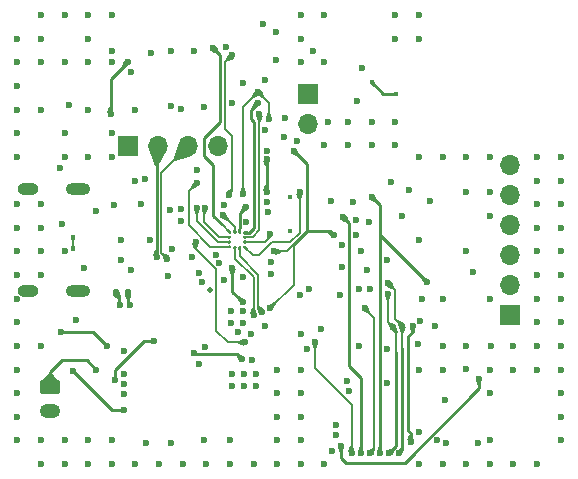
<source format=gbl>
G04 #@! TF.GenerationSoftware,KiCad,Pcbnew,8.0.1*
G04 #@! TF.CreationDate,2024-09-12T17:06:28-04:00*
G04 #@! TF.ProjectId,Digital,44696769-7461-46c2-9e6b-696361645f70,rev?*
G04 #@! TF.SameCoordinates,Original*
G04 #@! TF.FileFunction,Copper,L6,Bot*
G04 #@! TF.FilePolarity,Positive*
%FSLAX46Y46*%
G04 Gerber Fmt 4.6, Leading zero omitted, Abs format (unit mm)*
G04 Created by KiCad (PCBNEW 8.0.1) date 2024-09-12 17:06:28*
%MOMM*%
%LPD*%
G01*
G04 APERTURE LIST*
G04 Aperture macros list*
%AMRoundRect*
0 Rectangle with rounded corners*
0 $1 Rounding radius*
0 $2 $3 $4 $5 $6 $7 $8 $9 X,Y pos of 4 corners*
0 Add a 4 corners polygon primitive as box body*
4,1,4,$2,$3,$4,$5,$6,$7,$8,$9,$2,$3,0*
0 Add four circle primitives for the rounded corners*
1,1,$1+$1,$2,$3*
1,1,$1+$1,$4,$5*
1,1,$1+$1,$6,$7*
1,1,$1+$1,$8,$9*
0 Add four rect primitives between the rounded corners*
20,1,$1+$1,$2,$3,$4,$5,0*
20,1,$1+$1,$4,$5,$6,$7,0*
20,1,$1+$1,$6,$7,$8,$9,0*
20,1,$1+$1,$8,$9,$2,$3,0*%
G04 Aperture macros list end*
G04 #@! TA.AperFunction,ComponentPad*
%ADD10R,1.700000X1.700000*%
G04 #@! TD*
G04 #@! TA.AperFunction,ComponentPad*
%ADD11O,1.700000X1.700000*%
G04 #@! TD*
G04 #@! TA.AperFunction,ComponentPad*
%ADD12O,2.100000X1.000000*%
G04 #@! TD*
G04 #@! TA.AperFunction,ComponentPad*
%ADD13O,1.800000X1.000000*%
G04 #@! TD*
G04 #@! TA.AperFunction,SMDPad,CuDef*
%ADD14RoundRect,0.135000X0.135000X0.185000X-0.135000X0.185000X-0.135000X-0.185000X0.135000X-0.185000X0*%
G04 #@! TD*
G04 #@! TA.AperFunction,ComponentPad*
%ADD15RoundRect,0.250000X-0.625000X0.350000X-0.625000X-0.350000X0.625000X-0.350000X0.625000X0.350000X0*%
G04 #@! TD*
G04 #@! TA.AperFunction,ComponentPad*
%ADD16O,1.750000X1.200000*%
G04 #@! TD*
G04 #@! TA.AperFunction,ViaPad*
%ADD17C,0.600000*%
G04 #@! TD*
G04 #@! TA.AperFunction,ViaPad*
%ADD18C,0.400000*%
G04 #@! TD*
G04 #@! TA.AperFunction,ViaPad*
%ADD19C,0.500000*%
G04 #@! TD*
G04 #@! TA.AperFunction,ViaPad*
%ADD20C,0.300000*%
G04 #@! TD*
G04 #@! TA.AperFunction,Conductor*
%ADD21C,0.220000*%
G04 #@! TD*
G04 #@! TA.AperFunction,Conductor*
%ADD22C,0.200000*%
G04 #@! TD*
G04 APERTURE END LIST*
D10*
X192700000Y-140350000D03*
D11*
X192700000Y-137810000D03*
X192700000Y-135270000D03*
X192700000Y-132730000D03*
X192700000Y-130190000D03*
X192700000Y-127650000D03*
D10*
X160360000Y-126100000D03*
D11*
X162900000Y-126100000D03*
X165440000Y-126100000D03*
X167980000Y-126100000D03*
D10*
X175600000Y-121700000D03*
D11*
X175600000Y-124240000D03*
D12*
X156105000Y-129680000D03*
D13*
X151925000Y-129680000D03*
D12*
X156105000Y-138320000D03*
D13*
X151925000Y-138320000D03*
D14*
X160410000Y-138500000D03*
X159390000Y-138500000D03*
D15*
X153800000Y-146500000D03*
D16*
X153800000Y-148500000D03*
D17*
X185133598Y-140877534D03*
X197000000Y-129000000D03*
X153000000Y-135000000D03*
X181000000Y-124000000D03*
X197000000Y-127000000D03*
X191000000Y-132000000D03*
X187000000Y-127000000D03*
X159800000Y-135700000D03*
X155000000Y-115000000D03*
X157000000Y-127000000D03*
X164900000Y-122900000D03*
X161000000Y-129000000D03*
X189600000Y-136700000D03*
X159000000Y-153000000D03*
X168500000Y-131100000D03*
X151000000Y-149000000D03*
X191000000Y-130000000D03*
X195000000Y-133000000D03*
X185000000Y-127000000D03*
X177600000Y-130700000D03*
X172100000Y-126500000D03*
X155000000Y-127000000D03*
X169000000Y-151000000D03*
X191000000Y-151000000D03*
X166800000Y-151000000D03*
X179000000Y-123999999D03*
X170800000Y-142000000D03*
X153000000Y-143000000D03*
X197000000Y-135000000D03*
X195000000Y-143000000D03*
X195000000Y-135000000D03*
X159000000Y-125000000D03*
D18*
X174100000Y-130420000D03*
D17*
X155400000Y-122600000D03*
X151000000Y-137000000D03*
X180600000Y-136600000D03*
X151000000Y-143000000D03*
X175000000Y-115000000D03*
X195000000Y-129000000D03*
X159000000Y-119000000D03*
X155000000Y-135000000D03*
X171800000Y-115700000D03*
X182300000Y-143300000D03*
X155000000Y-125000000D03*
X195000000Y-131000000D03*
X187200000Y-147600000D03*
X191000000Y-127000000D03*
X180200000Y-119500000D03*
X195000000Y-141000000D03*
X151000000Y-119000000D03*
X175000000Y-119000000D03*
X172500000Y-136900000D03*
X189000000Y-127000000D03*
X187000000Y-153000000D03*
X159000000Y-127000000D03*
X164900000Y-132400000D03*
X165800000Y-135500000D03*
X183600000Y-132000000D03*
D18*
X174100000Y-133280000D03*
D17*
X197000000Y-143000000D03*
X193000000Y-145000000D03*
X166000000Y-118000000D03*
X195000000Y-137000000D03*
X185000000Y-115000000D03*
X157000000Y-115000000D03*
X164000000Y-151200000D03*
X176700000Y-141600000D03*
X162200000Y-134000000D03*
X183000000Y-124000000D03*
X185000000Y-134000000D03*
X161900000Y-151200000D03*
X185000000Y-117000000D03*
X181000000Y-125986223D03*
X197000000Y-131000000D03*
X180800000Y-132500000D03*
X178500000Y-134490000D03*
X175000000Y-149000000D03*
X166900000Y-143100000D03*
X177000000Y-115000000D03*
X173000000Y-153000000D03*
X178300000Y-138700000D03*
X179400000Y-130800000D03*
X151000000Y-141000000D03*
X185900000Y-130700000D03*
X151000000Y-123000000D03*
X186500000Y-151000000D03*
X179700000Y-132300000D03*
X173000000Y-145000000D03*
X175000000Y-147000000D03*
X183000000Y-126000000D03*
X193000000Y-153000000D03*
X195000000Y-145000000D03*
X153000000Y-153000000D03*
X168500000Y-137400000D03*
X195000000Y-139000000D03*
X161000000Y-123000000D03*
X183000000Y-115000000D03*
X174671863Y-125661489D03*
X157000000Y-123000000D03*
X166400000Y-144500000D03*
X157000000Y-117000000D03*
X168700000Y-117700000D03*
X153000000Y-131000000D03*
X191000000Y-153000000D03*
X157000000Y-151000000D03*
X164100000Y-134800000D03*
X154800000Y-132700000D03*
X191000000Y-139000000D03*
X195000000Y-153000000D03*
X189000000Y-143000000D03*
X189000000Y-135000000D03*
X169700000Y-141800000D03*
X169200000Y-122400000D03*
X197000000Y-151000000D03*
X153000000Y-115000000D03*
X153000000Y-133000000D03*
X177621117Y-151911268D03*
X167000000Y-153000000D03*
X185000000Y-150300000D03*
X186400000Y-141300000D03*
X166200000Y-128100000D03*
X151000000Y-135000000D03*
X184200000Y-129800000D03*
X187000000Y-139000000D03*
X151000000Y-117000000D03*
X161500000Y-131000000D03*
X160000000Y-147100000D03*
X197000000Y-139000000D03*
X185300000Y-139000000D03*
X191000000Y-147000000D03*
X164000000Y-118000000D03*
X174900000Y-138700000D03*
X151000000Y-127000000D03*
X155000000Y-151000000D03*
X159000000Y-151000000D03*
X178884052Y-145982607D03*
X153000000Y-137000000D03*
X173000000Y-149000000D03*
X161000000Y-153000000D03*
X160000000Y-143390000D03*
X197000000Y-141000000D03*
X172100000Y-130800000D03*
X175000000Y-151000000D03*
X197000000Y-147000000D03*
X187000000Y-145000000D03*
X187300000Y-151200000D03*
X175000000Y-145000000D03*
X160000000Y-145400000D03*
X189000000Y-130000000D03*
X173000000Y-147000000D03*
X180900000Y-138200000D03*
X151000000Y-147000000D03*
X197000000Y-137000000D03*
X177000000Y-126000000D03*
X173000000Y-151000000D03*
X159200000Y-131100000D03*
X153000000Y-123000000D03*
X177300000Y-124000000D03*
D19*
X167300000Y-138300000D03*
D17*
X177000000Y-119000000D03*
X195000000Y-127000000D03*
X157000000Y-153000000D03*
X172000000Y-141300000D03*
X175000000Y-117000000D03*
X151000000Y-125000000D03*
X178500000Y-136300000D03*
X197000000Y-133000000D03*
X151000000Y-133000000D03*
X166400000Y-136800000D03*
X179700000Y-133600000D03*
X193000000Y-143000000D03*
X191000000Y-145000000D03*
X153000000Y-119000000D03*
X169000000Y-153000000D03*
X155000000Y-153000000D03*
X160600000Y-119800000D03*
X151000000Y-121000000D03*
X162300000Y-118200000D03*
X172000000Y-124700000D03*
X161800000Y-128900000D03*
X171000000Y-153000000D03*
X182600000Y-129100000D03*
X185000000Y-145000000D03*
X197000000Y-149000000D03*
X187000000Y-143000000D03*
X172000000Y-120500000D03*
X151000000Y-139000000D03*
X177000000Y-153000000D03*
X170900000Y-144200000D03*
X183000000Y-117000000D03*
X164000000Y-122700000D03*
X191102525Y-143000000D03*
X160000000Y-146200000D03*
X197000000Y-145000000D03*
X159000000Y-115000000D03*
X175500000Y-143300000D03*
X163000000Y-153000000D03*
X153000000Y-117000000D03*
X168100000Y-136000000D03*
X151000000Y-151000000D03*
X179000000Y-126000000D03*
X184900000Y-142800000D03*
X175000000Y-142000000D03*
X151000000Y-145000000D03*
X151000000Y-131000000D03*
X175000000Y-153000000D03*
X153000000Y-151000000D03*
X189000000Y-144934021D03*
X165000000Y-153000000D03*
X189000000Y-153000000D03*
X172900000Y-116400000D03*
X179900000Y-138200000D03*
X156000000Y-140800000D03*
X157000000Y-119000000D03*
X185000000Y-153000000D03*
X170400000Y-132500000D03*
X155000000Y-119000000D03*
X157700000Y-145000000D03*
X163725000Y-137100000D03*
X159800000Y-134000000D03*
X166600000Y-137600000D03*
X160625000Y-136600000D03*
X157700000Y-131600000D03*
X156680000Y-136400000D03*
X178000000Y-149700000D03*
X172200000Y-131700000D03*
X159000000Y-118000000D03*
X171200000Y-145400000D03*
X170124968Y-141075032D03*
X154600000Y-127900000D03*
X166800000Y-122800000D03*
X169124968Y-140075032D03*
X169124968Y-141075032D03*
X182300000Y-146100000D03*
X179800000Y-122300000D03*
X170124968Y-140075032D03*
X171200000Y-146400000D03*
X167800000Y-135300000D03*
X173600000Y-125300000D03*
X182300000Y-135700000D03*
X190000000Y-151200000D03*
X170200000Y-145400000D03*
X169200000Y-146400000D03*
X176000000Y-118000000D03*
X173700000Y-123700000D03*
X172500000Y-135920000D03*
X169200000Y-145400000D03*
X164900000Y-131400000D03*
X172900000Y-118800000D03*
X163900000Y-131500000D03*
X170200000Y-146400000D03*
X175700000Y-138200000D03*
X178000000Y-150500000D03*
X170100000Y-120700000D03*
X174400000Y-126500000D03*
X180900000Y-152100000D03*
X160350000Y-118950000D03*
X172400000Y-139800000D03*
X172700000Y-135000000D03*
X158900000Y-123400000D03*
X177800000Y-133600000D03*
X180400000Y-139800000D03*
X162800000Y-135500000D03*
X163700000Y-135600000D03*
D20*
X169018200Y-133400000D03*
D17*
X167600000Y-117800000D03*
X168900000Y-130200000D03*
X169200000Y-118400000D03*
D20*
X170218200Y-133800000D03*
D17*
X171500000Y-123400000D03*
D20*
X170218200Y-133400000D03*
D17*
X171400000Y-122400000D03*
X172300000Y-123800000D03*
X171400000Y-121500000D03*
X170100000Y-130100000D03*
X170400000Y-131200000D03*
X172100000Y-127200000D03*
D20*
X169818200Y-133400000D03*
D17*
X172100000Y-130000000D03*
X171000000Y-140400000D03*
D20*
X169418200Y-134600000D03*
D17*
X182400000Y-138600000D03*
X182800000Y-141400000D03*
X182500000Y-152100000D03*
X181700000Y-152100000D03*
X181000000Y-130400000D03*
X185700000Y-137600000D03*
X171700000Y-140100000D03*
D20*
X169818200Y-134600000D03*
D17*
X182400000Y-137700000D03*
X183300000Y-152100000D03*
X183600000Y-141300000D03*
X166200000Y-129200000D03*
D20*
X169018200Y-134600000D03*
D17*
X180100000Y-152100000D03*
X168400000Y-131900000D03*
D20*
X169418200Y-133400000D03*
D17*
X178600000Y-132100000D03*
X172400000Y-133500000D03*
D20*
X170218200Y-134200000D03*
D17*
X179100000Y-146800000D03*
X179900000Y-143000000D03*
X176200000Y-142700000D03*
X170300000Y-142700000D03*
X166100000Y-134200000D03*
X179300000Y-152100000D03*
D20*
X170218200Y-134600000D03*
D17*
X174900000Y-130000000D03*
D20*
X169018200Y-134200000D03*
D17*
X166200000Y-131300000D03*
D20*
X169018200Y-133800000D03*
D17*
X166900000Y-131300000D03*
X178400000Y-151500000D03*
X190100000Y-145800000D03*
X169200000Y-136400000D03*
X170100000Y-139300000D03*
X184300000Y-151100000D03*
X184500000Y-141300000D03*
X180100000Y-135000000D03*
X170100000Y-137200000D03*
D18*
X155700000Y-133800000D03*
X155700000Y-134800000D03*
X181000000Y-120680000D03*
X183090000Y-121680000D03*
D17*
X170000000Y-144100000D03*
X166000000Y-143610000D03*
X160062500Y-148400000D03*
X155720000Y-145100000D03*
X158600000Y-143000000D03*
X154700000Y-141800000D03*
X160500000Y-139550000D03*
X159700000Y-139550000D03*
X159300000Y-145900000D03*
X162610000Y-142600000D03*
D21*
X154800000Y-144200000D02*
X153800000Y-145200000D01*
X156900000Y-144200000D02*
X154800000Y-144200000D01*
X157700000Y-145000000D02*
X156900000Y-144200000D01*
X153800000Y-145200000D02*
X153800000Y-146500000D01*
D22*
X173800000Y-135000000D02*
X174650000Y-134150000D01*
D21*
X175500000Y-133300000D02*
X174650000Y-134150000D01*
D22*
X172700000Y-135000000D02*
X173800000Y-135000000D01*
D21*
X177800000Y-133600000D02*
X177500000Y-133300000D01*
X174650000Y-134150000D02*
X174400000Y-134400000D01*
X177500000Y-133300000D02*
X175500000Y-133300000D01*
D22*
X181200000Y-151800000D02*
X180900000Y-152100000D01*
X181200000Y-140600000D02*
X181200000Y-151800000D01*
X174400000Y-134400000D02*
X174400000Y-137800000D01*
X180400000Y-139800000D02*
X181200000Y-140600000D01*
D21*
X158900000Y-120400000D02*
X160350000Y-118950000D01*
X175500000Y-127600000D02*
X175500000Y-133300000D01*
X158900000Y-123400000D02*
X158900000Y-120400000D01*
X174400000Y-126500000D02*
X175500000Y-127600000D01*
D22*
X174400000Y-137800000D02*
X172400000Y-139800000D01*
D21*
X162800000Y-126200000D02*
X162900000Y-126100000D01*
X162800000Y-135500000D02*
X162800000Y-126200000D01*
D22*
X163200000Y-128340000D02*
X165440000Y-126100000D01*
X163700000Y-135600000D02*
X163200000Y-135100000D01*
X163200000Y-135100000D02*
X163200000Y-128340000D01*
X164800000Y-126740000D02*
X165440000Y-126100000D01*
D21*
X166800000Y-126900000D02*
X167600000Y-127700000D01*
X167600000Y-117800000D02*
X168200000Y-118400000D01*
X167600000Y-127700000D02*
X167600000Y-131981800D01*
X167600000Y-131981800D02*
X168318200Y-132700000D01*
X168200000Y-124000000D02*
X166800000Y-125400000D01*
D22*
X169018200Y-133400000D02*
X168318200Y-132700000D01*
D21*
X166800000Y-125400000D02*
X166800000Y-126900000D01*
X168200000Y-118400000D02*
X168200000Y-124000000D01*
D22*
X169200000Y-118400000D02*
X168600000Y-119000000D01*
X168600000Y-124600000D02*
X169200000Y-125200000D01*
X169200000Y-125200000D02*
X169200000Y-129900000D01*
X169200000Y-129900000D02*
X168900000Y-130200000D01*
X168600000Y-119000000D02*
X168600000Y-124600000D01*
X170918200Y-133800000D02*
X171500000Y-133218200D01*
X171500000Y-133218200D02*
X171500000Y-123400000D01*
X170218200Y-133800000D02*
X170918200Y-133800000D01*
D21*
X170218200Y-133400000D02*
X170600000Y-133400000D01*
X171000000Y-124000000D02*
X170800000Y-123800000D01*
X170800000Y-123800000D02*
X170800000Y-123000000D01*
X170600000Y-133400000D02*
X171000000Y-133000000D01*
X171000000Y-133000000D02*
X171000000Y-124000000D01*
X170800000Y-123000000D02*
X171400000Y-122400000D01*
D22*
X171400000Y-121500000D02*
X170100000Y-122800000D01*
X172300000Y-122400000D02*
X172300000Y-123800000D01*
X171400000Y-121500000D02*
X172300000Y-122400000D01*
X170100000Y-122800000D02*
X170100000Y-130100000D01*
X169818200Y-133400000D02*
X169818200Y-133000000D01*
D21*
X169818200Y-131781800D02*
X169818200Y-133000000D01*
X172100000Y-127200000D02*
X172100000Y-130000000D01*
X170400000Y-131200000D02*
X169818200Y-131781800D01*
D22*
X171000000Y-140400000D02*
X171000000Y-137200000D01*
X183100000Y-141700000D02*
X183100000Y-143500000D01*
X169418200Y-135618200D02*
X169418200Y-134600000D01*
X182400000Y-141000000D02*
X182800000Y-141400000D01*
X182400000Y-138600000D02*
X182400000Y-141000000D01*
D21*
X183100000Y-151500000D02*
X183100000Y-143500000D01*
D22*
X171000000Y-137200000D02*
X169418200Y-135618200D01*
X182800000Y-141400000D02*
X183100000Y-141700000D01*
D21*
X182500000Y-152100000D02*
X183100000Y-151500000D01*
X181700000Y-131100000D02*
X181000000Y-130400000D01*
X181700000Y-133600000D02*
X181700000Y-132500000D01*
X181700000Y-132500000D02*
X181700000Y-131100000D01*
X185700000Y-137600000D02*
X181700000Y-133600000D01*
X181700000Y-152100000D02*
X181700000Y-133600000D01*
X183300000Y-152100000D02*
X183600000Y-151800000D01*
D22*
X183000000Y-138300000D02*
X183000000Y-140700000D01*
X169818200Y-135418200D02*
X169818200Y-134600000D01*
X183600000Y-141300000D02*
X183600000Y-143200000D01*
X171700000Y-140100000D02*
X171400000Y-139800000D01*
X182400000Y-137700000D02*
X183000000Y-138300000D01*
D21*
X183600000Y-151800000D02*
X183600000Y-143200000D01*
D22*
X183000000Y-140700000D02*
X183600000Y-141300000D01*
X171400000Y-137000000D02*
X169818200Y-135418200D01*
X171400000Y-139800000D02*
X171400000Y-137000000D01*
X165500000Y-132800000D02*
X167300000Y-134600000D01*
X165500000Y-129900000D02*
X165500000Y-132800000D01*
X167300000Y-134600000D02*
X169018200Y-134600000D01*
X166200000Y-129200000D02*
X165500000Y-129900000D01*
D21*
X179100000Y-144700000D02*
X179100000Y-132600000D01*
D22*
X168400000Y-131900000D02*
X169418200Y-132918200D01*
D21*
X180100000Y-152100000D02*
X180100000Y-145700000D01*
X179100000Y-132600000D02*
X178600000Y-132100000D01*
X180100000Y-145700000D02*
X179100000Y-144700000D01*
D22*
X169418200Y-132918200D02*
X169418200Y-133400000D01*
X172000000Y-134200000D02*
X170218200Y-134200000D01*
X172400000Y-133500000D02*
X172400000Y-133800000D01*
X172400000Y-133800000D02*
X172000000Y-134200000D01*
X167800000Y-136500000D02*
X167800000Y-141700000D01*
X167800000Y-141700000D02*
X168800000Y-142700000D01*
X166100000Y-134800000D02*
X167800000Y-136500000D01*
X179300000Y-148000000D02*
X179300000Y-152100000D01*
X176200000Y-142700000D02*
X176200000Y-144900000D01*
X176200000Y-144900000D02*
X179300000Y-148000000D01*
X166100000Y-134200000D02*
X166100000Y-134800000D01*
X168800000Y-142700000D02*
X170300000Y-142700000D01*
X174900000Y-130000000D02*
X174900000Y-133400000D01*
X174900000Y-133400000D02*
X174100000Y-134200000D01*
X172600000Y-134200000D02*
X171500000Y-135300000D01*
X171500000Y-135300000D02*
X170918200Y-135300000D01*
X170918200Y-135300000D02*
X170218200Y-134600000D01*
X174100000Y-134200000D02*
X172600000Y-134200000D01*
X168000000Y-134200000D02*
X166400000Y-132600000D01*
X166400000Y-132600000D02*
X166200000Y-132400000D01*
X169018200Y-134200000D02*
X168000000Y-134200000D01*
X166200000Y-132400000D02*
X166200000Y-131300000D01*
X168100000Y-133800000D02*
X169018200Y-133800000D01*
X166900000Y-131300000D02*
X166800000Y-131400000D01*
X166800000Y-132500000D02*
X168100000Y-133800000D01*
X166800000Y-131400000D02*
X166800000Y-132500000D01*
D21*
X190100000Y-146600000D02*
X190100000Y-145800000D01*
X178400000Y-151500000D02*
X178400000Y-152500000D01*
X178800000Y-152900000D02*
X183800000Y-152900000D01*
X178400000Y-152500000D02*
X178800000Y-152900000D01*
X183800000Y-152900000D02*
X190100000Y-146600000D01*
X184500000Y-141800000D02*
X184100000Y-142200000D01*
X169200000Y-136400000D02*
X169200000Y-138400000D01*
X184100000Y-150200000D02*
X184300000Y-150400000D01*
X184300000Y-150400000D02*
X184300000Y-151100000D01*
X184500000Y-141300000D02*
X184500000Y-141800000D01*
X169200000Y-138400000D02*
X170100000Y-139300000D01*
X184100000Y-142200000D02*
X184100000Y-150200000D01*
D22*
X155700000Y-133800000D02*
X155700000Y-134800000D01*
D21*
X183090000Y-121680000D02*
X182000000Y-121680000D01*
X182000000Y-121680000D02*
X181000000Y-120680000D01*
X169600000Y-143700000D02*
X166090000Y-143700000D01*
X166090000Y-143700000D02*
X166000000Y-143610000D01*
X170000000Y-144100000D02*
X169600000Y-143700000D01*
X155720000Y-145100000D02*
X159020000Y-148400000D01*
X159020000Y-148400000D02*
X160062500Y-148400000D01*
X157400000Y-141800000D02*
X154700000Y-141800000D01*
X158600000Y-143000000D02*
X157400000Y-141800000D01*
X160410000Y-139460000D02*
X160500000Y-139550000D01*
X160410000Y-138500000D02*
X160410000Y-139460000D01*
X159600000Y-138710000D02*
X159600000Y-139450000D01*
X159600000Y-139450000D02*
X159700000Y-139550000D01*
X159390000Y-138500000D02*
X159600000Y-138710000D01*
X159300000Y-145900000D02*
X159300000Y-145000000D01*
X161700000Y-142600000D02*
X162610000Y-142600000D01*
X159300000Y-145000000D02*
X161700000Y-142600000D01*
G04 #@! TA.AperFunction,Conductor*
G36*
X179400090Y-151503427D02*
G01*
X179402807Y-151507687D01*
X179573330Y-151974694D01*
X179572949Y-151983641D01*
X179566851Y-151989503D01*
X179304511Y-152099115D01*
X179295556Y-152099142D01*
X179295489Y-152099115D01*
X179033148Y-151989503D01*
X179026836Y-151983151D01*
X179026669Y-151974697D01*
X179197193Y-151507686D01*
X179203249Y-151501091D01*
X179208183Y-151500000D01*
X179391817Y-151500000D01*
X179400090Y-151503427D01*
G37*
G04 #@! TD.AperFunction*
G04 #@! TA.AperFunction,Conductor*
G36*
X181809929Y-151503427D02*
G01*
X181812718Y-151507889D01*
X181973589Y-151974818D01*
X181973044Y-151983756D01*
X181967038Y-151989425D01*
X181704511Y-152099115D01*
X181695556Y-152099142D01*
X181695489Y-152099115D01*
X181432961Y-151989425D01*
X181426649Y-151983073D01*
X181426410Y-151974821D01*
X181587282Y-151507888D01*
X181593217Y-151501183D01*
X181598344Y-151500000D01*
X181801656Y-151500000D01*
X181809929Y-151503427D01*
G37*
G04 #@! TD.AperFunction*
G04 #@! TA.AperFunction,Conductor*
G36*
X181293889Y-151627691D02*
G01*
X181297316Y-151635964D01*
X181297071Y-151638347D01*
X181180032Y-152201014D01*
X181174992Y-152208416D01*
X181166194Y-152210086D01*
X181164133Y-152209454D01*
X180904510Y-152102852D01*
X180898160Y-152096542D01*
X180788952Y-151831938D01*
X180788963Y-151822986D01*
X180793523Y-151817582D01*
X181097140Y-151626067D01*
X181103382Y-151624264D01*
X181285616Y-151624264D01*
X181293889Y-151627691D01*
G37*
G04 #@! TD.AperFunction*
G04 #@! TA.AperFunction,Conductor*
G36*
X169581949Y-143596896D02*
G01*
X170104155Y-143818320D01*
X170110434Y-143824705D01*
X170110411Y-143833536D01*
X170002852Y-144095489D01*
X169996540Y-144101840D01*
X169996510Y-144101852D01*
X169996493Y-144101860D01*
X169733882Y-144210245D01*
X169724927Y-144210234D01*
X169718603Y-144203894D01*
X169718511Y-144203664D01*
X169566478Y-143812042D01*
X169565685Y-143807808D01*
X169565685Y-143607669D01*
X169569112Y-143599396D01*
X169577385Y-143595969D01*
X169581949Y-143596896D01*
G37*
G04 #@! TD.AperFunction*
G04 #@! TA.AperFunction,Conductor*
G36*
X174675967Y-126389390D02*
G01*
X174681973Y-126395059D01*
X174898388Y-126838982D01*
X174898933Y-126847920D01*
X174896144Y-126852382D01*
X174752382Y-126996144D01*
X174744109Y-126999571D01*
X174738982Y-126998388D01*
X174295059Y-126781973D01*
X174289124Y-126775267D01*
X174289362Y-126767013D01*
X174397436Y-126503814D01*
X174403746Y-126497464D01*
X174667013Y-126389363D01*
X174675967Y-126389390D01*
G37*
G04 #@! TD.AperFunction*
G04 #@! TA.AperFunction,Conductor*
G36*
X181275967Y-130289390D02*
G01*
X181281973Y-130295059D01*
X181498388Y-130738982D01*
X181498933Y-130747920D01*
X181496144Y-130752382D01*
X181352382Y-130896144D01*
X181344109Y-130899571D01*
X181338982Y-130898388D01*
X180895059Y-130681973D01*
X180889124Y-130675267D01*
X180889362Y-130667013D01*
X180997436Y-130403814D01*
X181003746Y-130397464D01*
X181267013Y-130289363D01*
X181275967Y-130289390D01*
G37*
G04 #@! TD.AperFunction*
G04 #@! TA.AperFunction,Conductor*
G36*
X183253864Y-140808475D02*
G01*
X183704671Y-141018123D01*
X183710726Y-141024718D01*
X183710559Y-141033175D01*
X183602563Y-141296184D01*
X183596251Y-141302536D01*
X183596184Y-141302563D01*
X183333175Y-141410559D01*
X183324220Y-141410532D01*
X183318123Y-141404671D01*
X183108475Y-140953865D01*
X183108095Y-140944920D01*
X183110810Y-140940662D01*
X183240661Y-140810811D01*
X183248933Y-140807385D01*
X183253864Y-140808475D01*
G37*
G04 #@! TD.AperFunction*
G04 #@! TA.AperFunction,Conductor*
G36*
X169293889Y-129727691D02*
G01*
X169297316Y-129735964D01*
X169297071Y-129738347D01*
X169180032Y-130301014D01*
X169174992Y-130308416D01*
X169166194Y-130310086D01*
X169164133Y-130309454D01*
X168904510Y-130202852D01*
X168898160Y-130196542D01*
X168788952Y-129931938D01*
X168788963Y-129922986D01*
X168793523Y-129917582D01*
X169097140Y-129726067D01*
X169103382Y-129724264D01*
X169285616Y-129724264D01*
X169293889Y-129727691D01*
G37*
G04 #@! TD.AperFunction*
G04 #@! TA.AperFunction,Conductor*
G36*
X180675779Y-139689467D02*
G01*
X180681877Y-139695329D01*
X180891523Y-140146132D01*
X180891904Y-140155079D01*
X180889187Y-140159339D01*
X180759339Y-140289187D01*
X180751066Y-140292614D01*
X180746132Y-140291523D01*
X180452736Y-140155079D01*
X180295328Y-140081876D01*
X180289273Y-140075281D01*
X180289439Y-140066825D01*
X180397436Y-139803814D01*
X180403746Y-139797464D01*
X180666825Y-139689440D01*
X180675779Y-139689467D01*
G37*
G04 #@! TD.AperFunction*
G04 #@! TA.AperFunction,Conductor*
G36*
X170508424Y-133698370D02*
G01*
X170516021Y-133703111D01*
X170518200Y-133709911D01*
X170518200Y-133890088D01*
X170514773Y-133898361D01*
X170508423Y-133901629D01*
X170235099Y-133947182D01*
X170230893Y-133947116D01*
X170227516Y-133946444D01*
X170220070Y-133941468D01*
X170218100Y-133935051D01*
X170217200Y-133800000D01*
X170218100Y-133664947D01*
X170221581Y-133656701D01*
X170227513Y-133653555D01*
X170230899Y-133652881D01*
X170235096Y-133652816D01*
X170508424Y-133698370D01*
G37*
G04 #@! TD.AperFunction*
G04 #@! TA.AperFunction,Conductor*
G36*
X153912722Y-145303427D02*
G01*
X153913511Y-145304299D01*
X154393314Y-145891813D01*
X154395893Y-145900389D01*
X154392532Y-145907480D01*
X153808280Y-146492706D01*
X153800010Y-146496140D01*
X153791734Y-146492720D01*
X153791720Y-146492706D01*
X153636950Y-146337679D01*
X153207466Y-145907479D01*
X153204047Y-145899204D01*
X153206684Y-145891815D01*
X153686489Y-145304298D01*
X153694376Y-145300059D01*
X153695551Y-145300000D01*
X153904449Y-145300000D01*
X153912722Y-145303427D01*
G37*
G04 #@! TD.AperFunction*
G04 #@! TA.AperFunction,Conductor*
G36*
X171675779Y-121389467D02*
G01*
X171681877Y-121395329D01*
X171891523Y-121846132D01*
X171891904Y-121855079D01*
X171889187Y-121859339D01*
X171759339Y-121989187D01*
X171751066Y-121992614D01*
X171746132Y-121991523D01*
X171452736Y-121855079D01*
X171295328Y-121781876D01*
X171289273Y-121775281D01*
X171289439Y-121766825D01*
X171397436Y-121503814D01*
X171403746Y-121497464D01*
X171666825Y-121389440D01*
X171675779Y-121389467D01*
G37*
G04 #@! TD.AperFunction*
G04 #@! TA.AperFunction,Conductor*
G36*
X182852382Y-151603855D02*
G01*
X182996144Y-151747617D01*
X182999571Y-151755890D01*
X182998388Y-151761017D01*
X182781973Y-152204940D01*
X182775267Y-152210875D01*
X182767012Y-152210636D01*
X182503815Y-152102563D01*
X182497463Y-152096251D01*
X182497436Y-152096184D01*
X182389363Y-151832987D01*
X182389390Y-151824032D01*
X182395056Y-151818028D01*
X182838982Y-151601610D01*
X182847920Y-151601066D01*
X182852382Y-151603855D01*
G37*
G04 #@! TD.AperFunction*
G04 #@! TA.AperFunction,Conductor*
G36*
X160082987Y-118839363D02*
G01*
X160346184Y-118947436D01*
X160352536Y-118953748D01*
X160352563Y-118953815D01*
X160460636Y-119217012D01*
X160460609Y-119225967D01*
X160454940Y-119231973D01*
X160011017Y-119448388D01*
X160002079Y-119448933D01*
X159997617Y-119446144D01*
X159853855Y-119302382D01*
X159850428Y-119294109D01*
X159851611Y-119288982D01*
X160068028Y-118845057D01*
X160074732Y-118839124D01*
X160082987Y-118839363D01*
G37*
G04 #@! TD.AperFunction*
G04 #@! TA.AperFunction,Conductor*
G36*
X182502003Y-140966444D02*
G01*
X182903538Y-141118567D01*
X182910061Y-141124702D01*
X182910334Y-141133653D01*
X182910208Y-141133972D01*
X182801860Y-141396493D01*
X182795536Y-141402833D01*
X182795489Y-141402852D01*
X182533703Y-141510342D01*
X182524748Y-141510315D01*
X182518436Y-141503963D01*
X182518418Y-141503918D01*
X182306533Y-140981784D01*
X182306597Y-140972830D01*
X182312975Y-140966544D01*
X182317374Y-140965685D01*
X182497858Y-140965685D01*
X182502003Y-140966444D01*
G37*
G04 #@! TD.AperFunction*
G04 #@! TA.AperFunction,Conductor*
G36*
X177338528Y-133193208D02*
G01*
X177901286Y-133319795D01*
X177908605Y-133324954D01*
X177910133Y-133333778D01*
X177909541Y-133335654D01*
X177802852Y-133595489D01*
X177796540Y-133601840D01*
X177796510Y-133601852D01*
X177796493Y-133601860D01*
X177531806Y-133711102D01*
X177522851Y-133711091D01*
X177517539Y-133706673D01*
X177326161Y-133412910D01*
X177324264Y-133406524D01*
X177324264Y-133204624D01*
X177327691Y-133196351D01*
X177335964Y-133192924D01*
X177338528Y-133193208D01*
G37*
G04 #@! TD.AperFunction*
G04 #@! TA.AperFunction,Conductor*
G36*
X170132987Y-131089363D02*
G01*
X170396184Y-131197436D01*
X170402536Y-131203748D01*
X170402563Y-131203815D01*
X170510636Y-131467012D01*
X170510609Y-131475967D01*
X170504940Y-131481973D01*
X170061017Y-131698388D01*
X170052079Y-131698933D01*
X170047617Y-131696144D01*
X169903855Y-131552382D01*
X169900428Y-131544109D01*
X169901611Y-131538982D01*
X170118028Y-131095057D01*
X170124732Y-131089124D01*
X170132987Y-131089363D01*
G37*
G04 #@! TD.AperFunction*
G04 #@! TA.AperFunction,Conductor*
G36*
X170183641Y-142427050D02*
G01*
X170189503Y-142433148D01*
X170299115Y-142695489D01*
X170299142Y-142704444D01*
X170299115Y-142704511D01*
X170189503Y-142966851D01*
X170183151Y-142973163D01*
X170174694Y-142973329D01*
X170040947Y-142924493D01*
X169707687Y-142802806D01*
X169701091Y-142796750D01*
X169700000Y-142791816D01*
X169700000Y-142608183D01*
X169703427Y-142599910D01*
X169707687Y-142597193D01*
X170174697Y-142426669D01*
X170183641Y-142427050D01*
G37*
G04 #@! TD.AperFunction*
G04 #@! TA.AperFunction,Conductor*
G36*
X183703649Y-151627691D02*
G01*
X183707076Y-151635964D01*
X183706791Y-151638532D01*
X183580204Y-152201286D01*
X183575045Y-152208605D01*
X183566221Y-152210133D01*
X183564345Y-152209541D01*
X183304510Y-152102852D01*
X183298160Y-152096542D01*
X183188897Y-151831805D01*
X183188908Y-151822851D01*
X183193326Y-151817539D01*
X183487089Y-151626161D01*
X183493475Y-151624264D01*
X183695376Y-151624264D01*
X183703649Y-151627691D01*
G37*
G04 #@! TD.AperFunction*
G04 #@! TA.AperFunction,Conductor*
G36*
X169916561Y-133103427D02*
G01*
X169919829Y-133109777D01*
X169965382Y-133383099D01*
X169965316Y-133387305D01*
X169964644Y-133390682D01*
X169959668Y-133398128D01*
X169953247Y-133400099D01*
X169818277Y-133400999D01*
X169818121Y-133400999D01*
X169683151Y-133400099D01*
X169674901Y-133396617D01*
X169671754Y-133390683D01*
X169671754Y-133390682D01*
X169671089Y-133387340D01*
X169670867Y-133384836D01*
X169670869Y-133384754D01*
X169670868Y-133384748D01*
X169670869Y-133384729D01*
X169671025Y-133383049D01*
X169716570Y-133109775D01*
X169721311Y-133102179D01*
X169728111Y-133100000D01*
X169908288Y-133100000D01*
X169916561Y-133103427D01*
G37*
G04 #@! TD.AperFunction*
G04 #@! TA.AperFunction,Conductor*
G36*
X169005500Y-134052881D02*
G01*
X169008883Y-134053554D01*
X169016327Y-134058529D01*
X169018299Y-134064951D01*
X169019199Y-134199921D01*
X169019199Y-134200077D01*
X169018299Y-134335047D01*
X169014817Y-134343297D01*
X169008882Y-134346444D01*
X169005505Y-134347116D01*
X169001299Y-134347182D01*
X168727977Y-134301629D01*
X168720379Y-134296889D01*
X168718200Y-134290088D01*
X168718200Y-134109911D01*
X168721627Y-134101638D01*
X168727975Y-134098370D01*
X169001303Y-134052816D01*
X169005500Y-134052881D01*
G37*
G04 #@! TD.AperFunction*
G04 #@! TA.AperFunction,Conductor*
G36*
X160417898Y-138506227D02*
G01*
X160663622Y-138731078D01*
X160667413Y-138739192D01*
X160666497Y-138744275D01*
X160523023Y-139082865D01*
X160516640Y-139089145D01*
X160512250Y-139090000D01*
X160307750Y-139090000D01*
X160299477Y-139086573D01*
X160296977Y-139082865D01*
X160153502Y-138744275D01*
X160153430Y-138735320D01*
X160156374Y-138731081D01*
X160402102Y-138506226D01*
X160410518Y-138503170D01*
X160417898Y-138506227D01*
G37*
G04 #@! TD.AperFunction*
G04 #@! TA.AperFunction,Conductor*
G36*
X183073088Y-141290572D02*
G01*
X183079400Y-141296924D01*
X183080032Y-141298985D01*
X183197071Y-141861653D01*
X183195401Y-141870451D01*
X183187999Y-141875491D01*
X183185616Y-141875736D01*
X183003382Y-141875736D01*
X182997140Y-141873932D01*
X182693525Y-141682418D01*
X182688356Y-141675106D01*
X182688951Y-141668061D01*
X182798141Y-141403503D01*
X182804460Y-141397168D01*
X183064134Y-141290545D01*
X183073088Y-141290572D01*
G37*
G04 #@! TD.AperFunction*
G04 #@! TA.AperFunction,Conductor*
G36*
X163353864Y-135108475D02*
G01*
X163804671Y-135318123D01*
X163810726Y-135324718D01*
X163810559Y-135333175D01*
X163702563Y-135596184D01*
X163696251Y-135602536D01*
X163696184Y-135602563D01*
X163433175Y-135710559D01*
X163424220Y-135710532D01*
X163418123Y-135704671D01*
X163208475Y-135253865D01*
X163208095Y-135244920D01*
X163210810Y-135240662D01*
X163340661Y-135110811D01*
X163348933Y-135107385D01*
X163353864Y-135108475D01*
G37*
G04 #@! TD.AperFunction*
G04 #@! TA.AperFunction,Conductor*
G36*
X184765553Y-141409953D02*
G01*
X184771865Y-141416305D01*
X184771838Y-141425260D01*
X184771481Y-141426032D01*
X184514363Y-141934082D01*
X184507570Y-141939916D01*
X184498641Y-141939238D01*
X184495651Y-141937072D01*
X184353433Y-141794854D01*
X184350630Y-141790350D01*
X184226364Y-141425173D01*
X184226943Y-141416237D01*
X184232947Y-141410601D01*
X184496206Y-141301163D01*
X184505159Y-141301153D01*
X184765553Y-141409953D01*
G37*
G04 #@! TD.AperFunction*
G04 #@! TA.AperFunction,Conductor*
G36*
X181184602Y-120607235D02*
G01*
X181189999Y-120611827D01*
X181347957Y-120864776D01*
X181355696Y-120877168D01*
X181357171Y-120886000D01*
X181354045Y-120891638D01*
X181211638Y-121034045D01*
X181203365Y-121037472D01*
X181197168Y-121035696D01*
X181194524Y-121034045D01*
X180931827Y-120869999D01*
X180926625Y-120862710D01*
X180927193Y-120855650D01*
X180997435Y-120683836D01*
X181003738Y-120677476D01*
X181003780Y-120677458D01*
X181175649Y-120607194D01*
X181184602Y-120607235D01*
G37*
G04 #@! TD.AperFunction*
G04 #@! TA.AperFunction,Conductor*
G36*
X171502860Y-139626068D02*
G01*
X171806474Y-139817581D01*
X171811643Y-139824893D01*
X171811047Y-139831941D01*
X171701860Y-140096493D01*
X171695536Y-140102833D01*
X171695489Y-140102852D01*
X171435866Y-140209454D01*
X171426911Y-140209427D01*
X171420599Y-140203075D01*
X171419967Y-140201014D01*
X171302929Y-139638347D01*
X171304599Y-139629549D01*
X171312001Y-139624509D01*
X171314384Y-139624264D01*
X171496618Y-139624264D01*
X171502860Y-139626068D01*
G37*
G04 #@! TD.AperFunction*
G04 #@! TA.AperFunction,Conductor*
G36*
X170200090Y-129503427D02*
G01*
X170202807Y-129507687D01*
X170373330Y-129974694D01*
X170372949Y-129983641D01*
X170366851Y-129989503D01*
X170104511Y-130099115D01*
X170095556Y-130099142D01*
X170095489Y-130099115D01*
X169833148Y-129989503D01*
X169826836Y-129983151D01*
X169826669Y-129974697D01*
X169997193Y-129507686D01*
X170003249Y-129501091D01*
X170008183Y-129500000D01*
X170191817Y-129500000D01*
X170200090Y-129503427D01*
G37*
G04 #@! TD.AperFunction*
G04 #@! TA.AperFunction,Conductor*
G36*
X172209929Y-129403427D02*
G01*
X172212718Y-129407889D01*
X172373589Y-129874818D01*
X172373044Y-129883756D01*
X172367038Y-129889425D01*
X172104511Y-129999115D01*
X172095556Y-129999142D01*
X172095489Y-129999115D01*
X171832961Y-129889425D01*
X171826649Y-129883073D01*
X171826410Y-129874821D01*
X171987282Y-129407888D01*
X171993217Y-129401183D01*
X171998344Y-129400000D01*
X172201656Y-129400000D01*
X172209929Y-129403427D01*
G37*
G04 #@! TD.AperFunction*
G04 #@! TA.AperFunction,Conductor*
G36*
X183012686Y-121498920D02*
G01*
X183017278Y-121504317D01*
X183089100Y-121675473D01*
X183089141Y-121684427D01*
X183089100Y-121684527D01*
X183017278Y-121855682D01*
X183010916Y-121861985D01*
X183003854Y-121862554D01*
X182699065Y-121792095D01*
X182691776Y-121786893D01*
X182690000Y-121780696D01*
X182690000Y-121579303D01*
X182693427Y-121571030D01*
X182699063Y-121567904D01*
X183003854Y-121497445D01*
X183012686Y-121498920D01*
G37*
G04 #@! TD.AperFunction*
G04 #@! TA.AperFunction,Conductor*
G36*
X169005500Y-133652881D02*
G01*
X169008883Y-133653554D01*
X169016327Y-133658529D01*
X169018299Y-133664951D01*
X169019199Y-133799921D01*
X169019199Y-133800077D01*
X169018299Y-133935047D01*
X169014817Y-133943297D01*
X169008884Y-133946444D01*
X169006421Y-133946934D01*
X169005552Y-133947107D01*
X169003066Y-133947330D01*
X169002951Y-133947328D01*
X169001231Y-133947171D01*
X168727977Y-133901629D01*
X168720379Y-133896888D01*
X168718200Y-133890088D01*
X168718200Y-133709911D01*
X168721627Y-133701638D01*
X168727975Y-133698370D01*
X169001303Y-133652816D01*
X169005500Y-133652881D01*
G37*
G04 #@! TD.AperFunction*
G04 #@! TA.AperFunction,Conductor*
G36*
X169467038Y-136510574D02*
G01*
X169473350Y-136516926D01*
X169473589Y-136525181D01*
X169312718Y-136992111D01*
X169306783Y-136998817D01*
X169301656Y-137000000D01*
X169098344Y-137000000D01*
X169090071Y-136996573D01*
X169087282Y-136992111D01*
X168926410Y-136525178D01*
X168926955Y-136516243D01*
X168932959Y-136510575D01*
X169195490Y-136400883D01*
X169204444Y-136400857D01*
X169467038Y-136510574D01*
G37*
G04 #@! TD.AperFunction*
G04 #@! TA.AperFunction,Conductor*
G36*
X173292313Y-134897193D02*
G01*
X173298909Y-134903249D01*
X173300000Y-134908183D01*
X173300000Y-135091816D01*
X173296573Y-135100089D01*
X173292313Y-135102806D01*
X172825305Y-135273330D01*
X172816358Y-135272949D01*
X172810496Y-135266851D01*
X172700883Y-135004509D01*
X172700857Y-134995556D01*
X172700862Y-134995542D01*
X172810496Y-134733147D01*
X172816848Y-134726836D01*
X172825302Y-134726669D01*
X173292313Y-134897193D01*
G37*
G04 #@! TD.AperFunction*
G04 #@! TA.AperFunction,Conductor*
G36*
X171766851Y-123510496D02*
G01*
X171773163Y-123516848D01*
X171773330Y-123525305D01*
X171602807Y-123992313D01*
X171596751Y-123998909D01*
X171591817Y-124000000D01*
X171408183Y-124000000D01*
X171399910Y-123996573D01*
X171397193Y-123992313D01*
X171226669Y-123525302D01*
X171227050Y-123516358D01*
X171233147Y-123510496D01*
X171495490Y-123400883D01*
X171504444Y-123400857D01*
X171766851Y-123510496D01*
G37*
G04 #@! TD.AperFunction*
G04 #@! TA.AperFunction,Conductor*
G36*
X180209929Y-151503427D02*
G01*
X180212718Y-151507889D01*
X180373589Y-151974818D01*
X180373044Y-151983756D01*
X180367038Y-151989425D01*
X180104511Y-152099115D01*
X180095556Y-152099142D01*
X180095489Y-152099115D01*
X179832961Y-151989425D01*
X179826649Y-151983073D01*
X179826410Y-151974821D01*
X179987282Y-151507888D01*
X179993217Y-151501183D01*
X179998344Y-151500000D01*
X180201656Y-151500000D01*
X180209929Y-151503427D01*
G37*
G04 #@! TD.AperFunction*
G04 #@! TA.AperFunction,Conductor*
G36*
X172367038Y-127310574D02*
G01*
X172373350Y-127316926D01*
X172373589Y-127325181D01*
X172212718Y-127792111D01*
X172206783Y-127798817D01*
X172201656Y-127800000D01*
X171998344Y-127800000D01*
X171990071Y-127796573D01*
X171987282Y-127792111D01*
X171826410Y-127325178D01*
X171826955Y-127316243D01*
X171832959Y-127310575D01*
X172095490Y-127200883D01*
X172104444Y-127200857D01*
X172367038Y-127310574D01*
G37*
G04 #@! TD.AperFunction*
G04 #@! TA.AperFunction,Conductor*
G36*
X175166851Y-130110496D02*
G01*
X175173163Y-130116848D01*
X175173330Y-130125305D01*
X175002807Y-130592313D01*
X174996751Y-130598909D01*
X174991817Y-130600000D01*
X174808183Y-130600000D01*
X174799910Y-130596573D01*
X174797193Y-130592313D01*
X174626669Y-130125302D01*
X174627050Y-130116358D01*
X174633147Y-130110496D01*
X174895490Y-130000883D01*
X174904444Y-130000857D01*
X175166851Y-130110496D01*
G37*
G04 #@! TD.AperFunction*
G04 #@! TA.AperFunction,Conductor*
G36*
X166466851Y-131410496D02*
G01*
X166473163Y-131416848D01*
X166473330Y-131425305D01*
X166302807Y-131892313D01*
X166296751Y-131898909D01*
X166291817Y-131900000D01*
X166108183Y-131900000D01*
X166099910Y-131896573D01*
X166097193Y-131892313D01*
X165926669Y-131425302D01*
X165927050Y-131416358D01*
X165933147Y-131410496D01*
X166195490Y-131300883D01*
X166204444Y-131300857D01*
X166466851Y-131410496D01*
G37*
G04 #@! TD.AperFunction*
G04 #@! TA.AperFunction,Conductor*
G36*
X166366851Y-134310496D02*
G01*
X166373163Y-134316848D01*
X166373330Y-134325305D01*
X166202807Y-134792313D01*
X166196751Y-134798909D01*
X166191817Y-134800000D01*
X166008183Y-134800000D01*
X165999910Y-134796573D01*
X165997193Y-134792313D01*
X165826669Y-134325302D01*
X165827050Y-134316358D01*
X165833147Y-134310496D01*
X166095490Y-134200883D01*
X166104444Y-134200857D01*
X166366851Y-134310496D01*
G37*
G04 #@! TD.AperFunction*
G04 #@! TA.AperFunction,Conductor*
G36*
X172404102Y-133502711D02*
G01*
X172404149Y-133502758D01*
X172604106Y-133704052D01*
X172607505Y-133712337D01*
X172604272Y-133720373D01*
X172266847Y-134074172D01*
X172258657Y-134077794D01*
X172250305Y-134074564D01*
X172250107Y-134074370D01*
X172120398Y-133944661D01*
X172116980Y-133936842D01*
X172108566Y-133720373D01*
X172100471Y-133512124D01*
X172103574Y-133503725D01*
X172111708Y-133499980D01*
X172112108Y-133499971D01*
X172395821Y-133499304D01*
X172404102Y-133502711D01*
G37*
G04 #@! TD.AperFunction*
G04 #@! TA.AperFunction,Conductor*
G36*
X171133174Y-121389439D02*
G01*
X171296804Y-121456629D01*
X171396184Y-121497436D01*
X171402536Y-121503748D01*
X171402563Y-121503815D01*
X171510559Y-121766824D01*
X171510532Y-121775779D01*
X171504670Y-121781877D01*
X171053867Y-121991523D01*
X171044920Y-121991904D01*
X171040660Y-121989187D01*
X170910812Y-121859339D01*
X170907385Y-121851066D01*
X170908474Y-121846136D01*
X171118124Y-121395327D01*
X171124718Y-121389273D01*
X171133174Y-121389439D01*
G37*
G04 #@! TD.AperFunction*
G04 #@! TA.AperFunction,Conductor*
G36*
X168675779Y-131789467D02*
G01*
X168681877Y-131795329D01*
X168891523Y-132246132D01*
X168891904Y-132255079D01*
X168889187Y-132259339D01*
X168759339Y-132389187D01*
X168751066Y-132392614D01*
X168746132Y-132391523D01*
X168452736Y-132255079D01*
X168295328Y-132181876D01*
X168289273Y-132175281D01*
X168289439Y-132166825D01*
X168397436Y-131903814D01*
X168403746Y-131897464D01*
X168666825Y-131789440D01*
X168675779Y-131789467D01*
G37*
G04 #@! TD.AperFunction*
G04 #@! TA.AperFunction,Conductor*
G36*
X169553250Y-134599900D02*
G01*
X169561497Y-134603381D01*
X169564644Y-134609314D01*
X169565307Y-134612644D01*
X169565530Y-134615132D01*
X169565528Y-134615247D01*
X169565371Y-134616967D01*
X169519829Y-134890223D01*
X169515089Y-134897821D01*
X169508288Y-134900000D01*
X169328111Y-134900000D01*
X169319838Y-134896573D01*
X169316570Y-134890223D01*
X169271016Y-134616896D01*
X169271081Y-134612699D01*
X169271755Y-134609314D01*
X169276729Y-134601871D01*
X169283146Y-134599900D01*
X169418200Y-134599000D01*
X169553250Y-134599900D01*
G37*
G04 #@! TD.AperFunction*
G04 #@! TA.AperFunction,Conductor*
G36*
X162909929Y-134903427D02*
G01*
X162912718Y-134907889D01*
X163073589Y-135374818D01*
X163073044Y-135383756D01*
X163067038Y-135389425D01*
X162804511Y-135499115D01*
X162795556Y-135499142D01*
X162795489Y-135499115D01*
X162532961Y-135389425D01*
X162526649Y-135383073D01*
X162526410Y-135374821D01*
X162687282Y-134907888D01*
X162693217Y-134901183D01*
X162698344Y-134900000D01*
X162901656Y-134900000D01*
X162909929Y-134903427D01*
G37*
G04 #@! TD.AperFunction*
G04 #@! TA.AperFunction,Conductor*
G36*
X168933174Y-118289439D02*
G01*
X169096804Y-118356629D01*
X169196184Y-118397436D01*
X169202536Y-118403748D01*
X169202563Y-118403815D01*
X169310559Y-118666824D01*
X169310532Y-118675779D01*
X169304670Y-118681877D01*
X168853867Y-118891523D01*
X168844920Y-118891904D01*
X168840660Y-118889187D01*
X168710812Y-118759339D01*
X168707385Y-118751066D01*
X168708474Y-118746136D01*
X168918124Y-118295327D01*
X168924718Y-118289273D01*
X168933174Y-118289439D01*
G37*
G04 #@! TD.AperFunction*
G04 #@! TA.AperFunction,Conductor*
G36*
X164666282Y-125779501D02*
G01*
X165436215Y-126097438D01*
X165442552Y-126103761D01*
X165442562Y-126103785D01*
X165760497Y-126873714D01*
X165760488Y-126882669D01*
X165754149Y-126888994D01*
X165753396Y-126889275D01*
X164315495Y-127370494D01*
X164306562Y-127369870D01*
X164303509Y-127367672D01*
X164172327Y-127236490D01*
X164168900Y-127228217D01*
X164169503Y-127224510D01*
X164650725Y-125786601D01*
X164656599Y-125779845D01*
X164665532Y-125779221D01*
X164666282Y-125779501D01*
G37*
G04 #@! TD.AperFunction*
G04 #@! TA.AperFunction,Conductor*
G36*
X159009929Y-122803427D02*
G01*
X159012718Y-122807889D01*
X159173589Y-123274818D01*
X159173044Y-123283756D01*
X159167038Y-123289425D01*
X158904511Y-123399115D01*
X158895556Y-123399142D01*
X158895489Y-123399115D01*
X158632961Y-123289425D01*
X158626649Y-123283073D01*
X158626410Y-123274821D01*
X158787282Y-122807888D01*
X158793217Y-122801183D01*
X158798344Y-122800000D01*
X159001656Y-122800000D01*
X159009929Y-122803427D01*
G37*
G04 #@! TD.AperFunction*
G04 #@! TA.AperFunction,Conductor*
G36*
X169005540Y-134452889D02*
G01*
X169008883Y-134453554D01*
X169016328Y-134458530D01*
X169018299Y-134464951D01*
X169019199Y-134599922D01*
X169019199Y-134600078D01*
X169018291Y-134736281D01*
X169014809Y-134744531D01*
X169006513Y-134747903D01*
X169004668Y-134747744D01*
X168727977Y-134701629D01*
X168720379Y-134696888D01*
X168718200Y-134690088D01*
X168718200Y-134509911D01*
X168721627Y-134501638D01*
X168727975Y-134498370D01*
X169001249Y-134452825D01*
X169002929Y-134452669D01*
X169002948Y-134452668D01*
X169002954Y-134452669D01*
X169003036Y-134452667D01*
X169005540Y-134452889D01*
G37*
G04 #@! TD.AperFunction*
G04 #@! TA.AperFunction,Conductor*
G36*
X171132987Y-122289363D02*
G01*
X171396184Y-122397436D01*
X171402536Y-122403748D01*
X171402563Y-122403815D01*
X171510636Y-122667012D01*
X171510609Y-122675967D01*
X171504940Y-122681973D01*
X171061017Y-122898388D01*
X171052079Y-122898933D01*
X171047617Y-122896144D01*
X170903855Y-122752382D01*
X170900428Y-122744109D01*
X170901611Y-122738982D01*
X171118028Y-122295057D01*
X171124732Y-122289124D01*
X171132987Y-122289363D01*
G37*
G04 #@! TD.AperFunction*
G04 #@! TA.AperFunction,Conductor*
G36*
X170233444Y-134052669D02*
G01*
X170233449Y-134052668D01*
X170233469Y-134052669D01*
X170235153Y-134052825D01*
X170508424Y-134098370D01*
X170516021Y-134103111D01*
X170518200Y-134109911D01*
X170518200Y-134290088D01*
X170514773Y-134298361D01*
X170508423Y-134301629D01*
X170235099Y-134347182D01*
X170230893Y-134347116D01*
X170227516Y-134346444D01*
X170220070Y-134341468D01*
X170218100Y-134335051D01*
X170217200Y-134200000D01*
X170218100Y-134064947D01*
X170221581Y-134056701D01*
X170227512Y-134053555D01*
X170230859Y-134052889D01*
X170233361Y-134052667D01*
X170233444Y-134052669D01*
G37*
G04 #@! TD.AperFunction*
G04 #@! TA.AperFunction,Conductor*
G36*
X172400090Y-123203427D02*
G01*
X172402807Y-123207687D01*
X172573330Y-123674694D01*
X172572949Y-123683641D01*
X172566851Y-123689503D01*
X172304511Y-123799115D01*
X172295556Y-123799142D01*
X172295489Y-123799115D01*
X172033148Y-123689503D01*
X172026836Y-123683151D01*
X172026669Y-123674697D01*
X172197193Y-123207686D01*
X172203249Y-123201091D01*
X172208183Y-123200000D01*
X172391817Y-123200000D01*
X172400090Y-123203427D01*
G37*
G04 #@! TD.AperFunction*
G04 #@! TA.AperFunction,Conductor*
G36*
X172759339Y-139310812D02*
G01*
X172889187Y-139440660D01*
X172892614Y-139448933D01*
X172891523Y-139453867D01*
X172681877Y-139904670D01*
X172675281Y-139910726D01*
X172666824Y-139910559D01*
X172403815Y-139802563D01*
X172397463Y-139796251D01*
X172397436Y-139796184D01*
X172289440Y-139533175D01*
X172289467Y-139524220D01*
X172295326Y-139518124D01*
X172746134Y-139308475D01*
X172755079Y-139308095D01*
X172759339Y-139310812D01*
G37*
G04 #@! TD.AperFunction*
G04 #@! TA.AperFunction,Conductor*
G36*
X162904489Y-126100865D02*
G01*
X163673038Y-126420187D01*
X163679363Y-126426526D01*
X163679354Y-126435481D01*
X163678704Y-126436803D01*
X162913370Y-127774220D01*
X162906287Y-127779699D01*
X162903215Y-127780109D01*
X162697743Y-127780109D01*
X162689470Y-127776682D01*
X162686974Y-127772982D01*
X162460484Y-127239599D01*
X162119309Y-126436132D01*
X162119230Y-126427180D01*
X162125506Y-126420792D01*
X162895511Y-126100864D01*
X162904466Y-126100856D01*
X162904489Y-126100865D01*
G37*
G04 #@! TD.AperFunction*
G04 #@! TA.AperFunction,Conductor*
G36*
X165429872Y-126116452D02*
G01*
X165429876Y-126125407D01*
X165429872Y-126125416D01*
X165118788Y-126875486D01*
X165112454Y-126881815D01*
X165104561Y-126882193D01*
X165103324Y-126881815D01*
X165077944Y-126874056D01*
X164873499Y-126811562D01*
X164868646Y-126808646D01*
X164731353Y-126671353D01*
X164728437Y-126666500D01*
X164657806Y-126435436D01*
X164658665Y-126426525D01*
X164664511Y-126421212D01*
X165414584Y-126110126D01*
X165423538Y-126110123D01*
X165429872Y-126116452D01*
G37*
G04 #@! TD.AperFunction*
G04 #@! TA.AperFunction,Conductor*
G36*
X182675779Y-137589467D02*
G01*
X182681877Y-137595329D01*
X182891523Y-138046132D01*
X182891904Y-138055079D01*
X182889187Y-138059339D01*
X182759339Y-138189187D01*
X182751066Y-138192614D01*
X182746132Y-138191523D01*
X182452736Y-138055079D01*
X182295328Y-137981876D01*
X182289273Y-137975281D01*
X182289439Y-137966825D01*
X182397436Y-137703814D01*
X182403746Y-137697464D01*
X182666825Y-137589440D01*
X182675779Y-137589467D01*
G37*
G04 #@! TD.AperFunction*
G04 #@! TA.AperFunction,Conductor*
G36*
X178667038Y-151610574D02*
G01*
X178673350Y-151616926D01*
X178673589Y-151625181D01*
X178512718Y-152092111D01*
X178506783Y-152098817D01*
X178501656Y-152100000D01*
X178298344Y-152100000D01*
X178290071Y-152096573D01*
X178287282Y-152092111D01*
X178126410Y-151625178D01*
X178126955Y-151616243D01*
X178132959Y-151610575D01*
X178395490Y-151500883D01*
X178404444Y-151500857D01*
X178667038Y-151610574D01*
G37*
G04 #@! TD.AperFunction*
G04 #@! TA.AperFunction,Conductor*
G36*
X155799244Y-134403427D02*
G01*
X155802289Y-134408734D01*
X155882201Y-134713638D01*
X155880983Y-134722509D01*
X155875410Y-134727393D01*
X155704527Y-134799100D01*
X155695572Y-134799141D01*
X155695473Y-134799100D01*
X155524589Y-134727393D01*
X155518286Y-134721032D01*
X155517798Y-134713641D01*
X155597711Y-134408734D01*
X155603124Y-134401600D01*
X155609029Y-134400000D01*
X155790971Y-134400000D01*
X155799244Y-134403427D01*
G37*
G04 #@! TD.AperFunction*
G04 #@! TA.AperFunction,Conductor*
G36*
X190367038Y-145910574D02*
G01*
X190373350Y-145916926D01*
X190373589Y-145925181D01*
X190212718Y-146392111D01*
X190206783Y-146398817D01*
X190201656Y-146400000D01*
X189998344Y-146400000D01*
X189990071Y-146396573D01*
X189987282Y-146392111D01*
X189826410Y-145925178D01*
X189826955Y-145916243D01*
X189832959Y-145910575D01*
X190095490Y-145800883D01*
X190104444Y-145800857D01*
X190367038Y-145910574D01*
G37*
G04 #@! TD.AperFunction*
G04 #@! TA.AperFunction,Conductor*
G36*
X183866851Y-141410496D02*
G01*
X183873163Y-141416848D01*
X183873330Y-141425305D01*
X183702807Y-141892313D01*
X183696751Y-141898909D01*
X183691817Y-141900000D01*
X183508183Y-141900000D01*
X183499910Y-141896573D01*
X183497193Y-141892313D01*
X183326669Y-141425302D01*
X183327050Y-141416358D01*
X183333147Y-141410496D01*
X183595490Y-141300883D01*
X183604444Y-141300857D01*
X183866851Y-141410496D01*
G37*
G04 #@! TD.AperFunction*
G04 #@! TA.AperFunction,Conductor*
G36*
X169953250Y-134599900D02*
G01*
X169961497Y-134603381D01*
X169964644Y-134609316D01*
X169965316Y-134612693D01*
X169965382Y-134616899D01*
X169919829Y-134890223D01*
X169915089Y-134897821D01*
X169908288Y-134900000D01*
X169728111Y-134900000D01*
X169719838Y-134896573D01*
X169716570Y-134890223D01*
X169671016Y-134616896D01*
X169671081Y-134612699D01*
X169671755Y-134609314D01*
X169676729Y-134601871D01*
X169683146Y-134599900D01*
X169818200Y-134599000D01*
X169953250Y-134599900D01*
G37*
G04 #@! TD.AperFunction*
G04 #@! TA.AperFunction,Conductor*
G36*
X168884843Y-133122918D02*
G01*
X169113102Y-133285960D01*
X169117843Y-133293556D01*
X169115823Y-133302280D01*
X169114630Y-133303698D01*
X169018961Y-133400651D01*
X169018851Y-133400761D01*
X168921898Y-133496430D01*
X168913602Y-133499802D01*
X168905352Y-133496320D01*
X168904163Y-133494907D01*
X168741118Y-133266643D01*
X168739098Y-133257919D01*
X168742364Y-133251572D01*
X168869771Y-133124165D01*
X168878043Y-133120739D01*
X168884843Y-133122918D01*
G37*
G04 #@! TD.AperFunction*
G04 #@! TA.AperFunction,Conductor*
G36*
X170331047Y-134503679D02*
G01*
X170332240Y-134505097D01*
X170495281Y-134733356D01*
X170497301Y-134742080D01*
X170494033Y-134748429D01*
X170366629Y-134875833D01*
X170358356Y-134879260D01*
X170351556Y-134877081D01*
X170171442Y-134748429D01*
X170123296Y-134714039D01*
X170118556Y-134706443D01*
X170120576Y-134697719D01*
X170121765Y-134696305D01*
X170217493Y-134599293D01*
X170314502Y-134503568D01*
X170322797Y-134500197D01*
X170331047Y-134503679D01*
G37*
G04 #@! TD.AperFunction*
G04 #@! TA.AperFunction,Conductor*
G36*
X171100090Y-139803427D02*
G01*
X171102807Y-139807687D01*
X171273330Y-140274694D01*
X171272949Y-140283641D01*
X171266851Y-140289503D01*
X171004511Y-140399115D01*
X170995556Y-140399142D01*
X170995489Y-140399115D01*
X170733148Y-140289503D01*
X170726836Y-140283151D01*
X170726669Y-140274697D01*
X170897193Y-139807686D01*
X170903249Y-139801091D01*
X170908183Y-139800000D01*
X171091817Y-139800000D01*
X171100090Y-139803427D01*
G37*
G04 #@! TD.AperFunction*
G04 #@! TA.AperFunction,Conductor*
G36*
X169516561Y-133103427D02*
G01*
X169519829Y-133109777D01*
X169565382Y-133383099D01*
X169565316Y-133387305D01*
X169564644Y-133390682D01*
X169559668Y-133398128D01*
X169553247Y-133400099D01*
X169418277Y-133400999D01*
X169418121Y-133400999D01*
X169283151Y-133400099D01*
X169274901Y-133396617D01*
X169271754Y-133390683D01*
X169271081Y-133387300D01*
X169271016Y-133383103D01*
X169316570Y-133109775D01*
X169321311Y-133102179D01*
X169328111Y-133100000D01*
X169508288Y-133100000D01*
X169516561Y-133103427D01*
G37*
G04 #@! TD.AperFunction*
G04 #@! TA.AperFunction,Conductor*
G36*
X185361017Y-137101611D02*
G01*
X185804941Y-137318027D01*
X185810875Y-137324732D01*
X185810636Y-137332987D01*
X185702563Y-137596184D01*
X185696251Y-137602536D01*
X185696184Y-137602563D01*
X185432987Y-137710636D01*
X185424032Y-137710609D01*
X185418027Y-137704941D01*
X185201611Y-137261017D01*
X185201066Y-137252079D01*
X185203853Y-137247619D01*
X185347618Y-137103854D01*
X185355890Y-137100428D01*
X185361017Y-137101611D01*
G37*
G04 #@! TD.AperFunction*
G04 #@! TA.AperFunction,Conductor*
G36*
X170231352Y-133251753D02*
G01*
X170508046Y-133288646D01*
X170515794Y-133293136D01*
X170518200Y-133300243D01*
X170518200Y-133499756D01*
X170514773Y-133508029D01*
X170508046Y-133511353D01*
X170237724Y-133547395D01*
X170235314Y-133547466D01*
X170233472Y-133547329D01*
X170233447Y-133547328D01*
X170233297Y-133547331D01*
X170230847Y-133547107D01*
X170228954Y-133546730D01*
X170227514Y-133546444D01*
X170220070Y-133541467D01*
X170218100Y-133535051D01*
X170217200Y-133400000D01*
X170218111Y-133263271D01*
X170221593Y-133255023D01*
X170229889Y-133251651D01*
X170231352Y-133251753D01*
G37*
G04 #@! TD.AperFunction*
G04 #@! TA.AperFunction,Conductor*
G36*
X165933174Y-129089439D02*
G01*
X166096804Y-129156629D01*
X166196184Y-129197436D01*
X166202536Y-129203748D01*
X166202563Y-129203815D01*
X166310559Y-129466824D01*
X166310532Y-129475779D01*
X166304670Y-129481877D01*
X165853867Y-129691523D01*
X165844920Y-129691904D01*
X165840660Y-129689187D01*
X165710812Y-129559339D01*
X165707385Y-129551066D01*
X165708474Y-129546136D01*
X165918124Y-129095327D01*
X165924718Y-129089273D01*
X165933174Y-129089439D01*
G37*
G04 #@! TD.AperFunction*
G04 #@! TA.AperFunction,Conductor*
G36*
X169761017Y-138801611D02*
G01*
X170204941Y-139018027D01*
X170210875Y-139024732D01*
X170210636Y-139032987D01*
X170102563Y-139296184D01*
X170096251Y-139302536D01*
X170096184Y-139302563D01*
X169832987Y-139410636D01*
X169824032Y-139410609D01*
X169818027Y-139404941D01*
X169601611Y-138961017D01*
X169601066Y-138952079D01*
X169603853Y-138947619D01*
X169747618Y-138803854D01*
X169755890Y-138800428D01*
X169761017Y-138801611D01*
G37*
G04 #@! TD.AperFunction*
G04 #@! TA.AperFunction,Conductor*
G36*
X184409929Y-150503427D02*
G01*
X184412718Y-150507889D01*
X184573589Y-150974818D01*
X184573044Y-150983756D01*
X184567038Y-150989425D01*
X184304511Y-151099115D01*
X184295556Y-151099142D01*
X184295489Y-151099115D01*
X184032961Y-150989425D01*
X184026649Y-150983073D01*
X184026410Y-150974821D01*
X184187282Y-150507888D01*
X184193217Y-150501183D01*
X184198344Y-150500000D01*
X184401656Y-150500000D01*
X184409929Y-150503427D01*
G37*
G04 #@! TD.AperFunction*
G04 #@! TA.AperFunction,Conductor*
G36*
X159656064Y-138454644D02*
G01*
X159660900Y-138462181D01*
X159661046Y-138463301D01*
X159708969Y-139051480D01*
X159706226Y-139060004D01*
X159698258Y-139064091D01*
X159697308Y-139064130D01*
X159494585Y-139064130D01*
X159486635Y-139061014D01*
X159225236Y-138818942D01*
X159221496Y-138810808D01*
X159222919Y-138804751D01*
X159387316Y-138503910D01*
X159394289Y-138498296D01*
X159395494Y-138498012D01*
X159647316Y-138452736D01*
X159656064Y-138454644D01*
G37*
G04 #@! TD.AperFunction*
G04 #@! TA.AperFunction,Conductor*
G36*
X176466851Y-142810496D02*
G01*
X176473163Y-142816848D01*
X176473330Y-142825305D01*
X176302807Y-143292313D01*
X176296751Y-143298909D01*
X176291817Y-143300000D01*
X176108183Y-143300000D01*
X176099910Y-143296573D01*
X176097193Y-143292313D01*
X175926669Y-142825302D01*
X175927050Y-142816358D01*
X175933147Y-142810496D01*
X176195490Y-142700883D01*
X176204444Y-142700857D01*
X176466851Y-142810496D01*
G37*
G04 #@! TD.AperFunction*
G04 #@! TA.AperFunction,Conductor*
G36*
X155875411Y-133872607D02*
G01*
X155881713Y-133878967D01*
X155882201Y-133886361D01*
X155802289Y-134191266D01*
X155796876Y-134198400D01*
X155790971Y-134200000D01*
X155609029Y-134200000D01*
X155600756Y-134196573D01*
X155597711Y-134191266D01*
X155589856Y-134161298D01*
X155517798Y-133886359D01*
X155519016Y-133877490D01*
X155524586Y-133872608D01*
X155695474Y-133800898D01*
X155704428Y-133800858D01*
X155875411Y-133872607D01*
G37*
G04 #@! TD.AperFunction*
G04 #@! TA.AperFunction,Conductor*
G36*
X182666851Y-138710496D02*
G01*
X182673163Y-138716848D01*
X182673330Y-138725305D01*
X182502807Y-139192313D01*
X182496751Y-139198909D01*
X182491817Y-139200000D01*
X182308183Y-139200000D01*
X182299910Y-139196573D01*
X182297193Y-139192313D01*
X182126669Y-138725302D01*
X182127050Y-138716358D01*
X182133147Y-138710496D01*
X182395490Y-138600883D01*
X182404444Y-138600857D01*
X182666851Y-138710496D01*
G37*
G04 #@! TD.AperFunction*
G04 #@! TA.AperFunction,Conductor*
G36*
X167875967Y-117689390D02*
G01*
X167881973Y-117695059D01*
X168098388Y-118138982D01*
X168098933Y-118147920D01*
X168096144Y-118152382D01*
X167952382Y-118296144D01*
X167944109Y-118299571D01*
X167938982Y-118298388D01*
X167495059Y-118081973D01*
X167489124Y-118075267D01*
X167489362Y-118067013D01*
X167597436Y-117803814D01*
X167603746Y-117797464D01*
X167867013Y-117689363D01*
X167875967Y-117689390D01*
G37*
G04 #@! TD.AperFunction*
G04 #@! TA.AperFunction,Conductor*
G36*
X178875967Y-131989390D02*
G01*
X178881973Y-131995059D01*
X179098388Y-132438982D01*
X179098933Y-132447920D01*
X179096144Y-132452382D01*
X178952382Y-132596144D01*
X178944109Y-132599571D01*
X178938982Y-132598388D01*
X178495059Y-132381973D01*
X178489124Y-132375267D01*
X178489362Y-132367013D01*
X178597436Y-132103814D01*
X178603746Y-132097464D01*
X178867013Y-131989363D01*
X178875967Y-131989390D01*
G37*
G04 #@! TD.AperFunction*
G04 #@! TA.AperFunction,Conductor*
G36*
X166902178Y-131299910D02*
G01*
X167164721Y-131409606D01*
X167171033Y-131415958D01*
X167171006Y-131424913D01*
X167170262Y-131426389D01*
X166903402Y-131874396D01*
X166896224Y-131879751D01*
X166893350Y-131880109D01*
X166709856Y-131880109D01*
X166701583Y-131876682D01*
X166698326Y-131870397D01*
X166621787Y-131426389D01*
X166603189Y-131318505D01*
X166603164Y-131314698D01*
X166603937Y-131309814D01*
X166608615Y-131302182D01*
X166615448Y-131299948D01*
X166897636Y-131299007D01*
X166902178Y-131299910D01*
G37*
G04 #@! TD.AperFunction*
M02*

</source>
